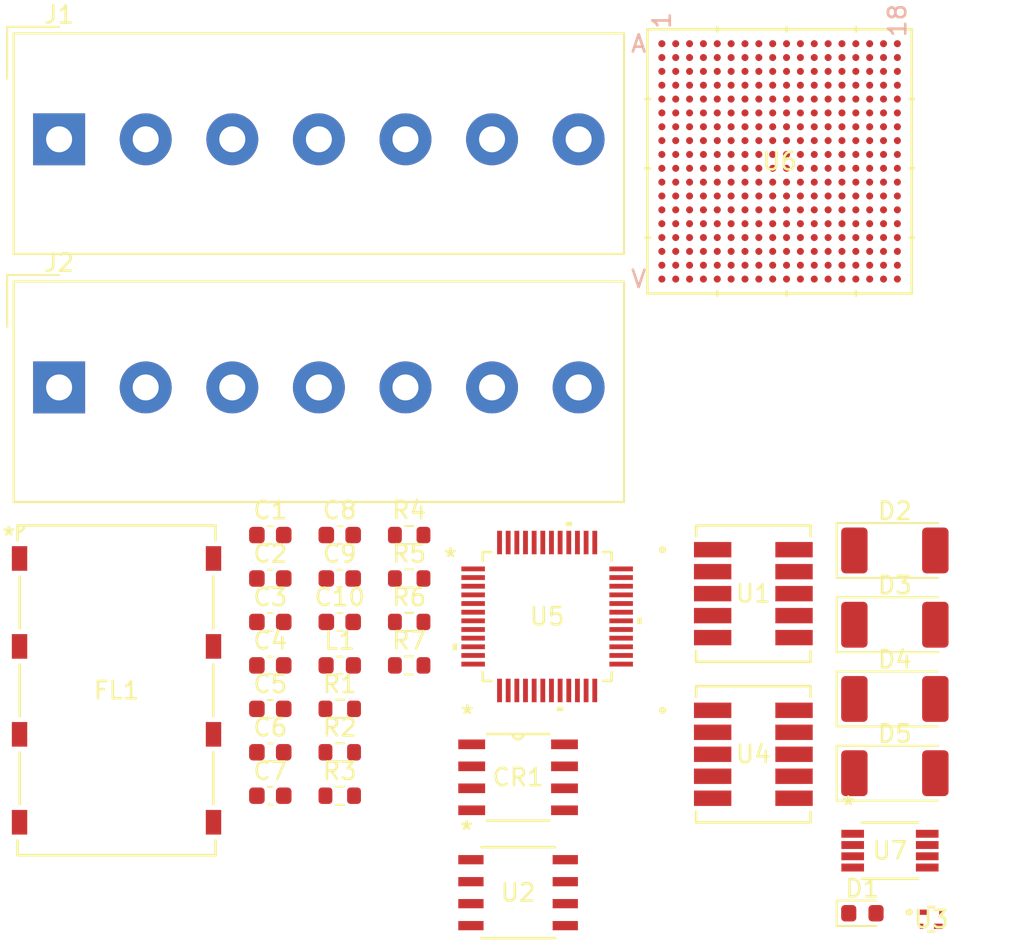
<source format=kicad_pcb>
(kicad_pcb (version 20221018) (generator pcbnew)
  (layers (0 "F.Cu" signal) (31 "B.Cu" signal) (34 "B.Paste" user) (35 "F.Paste" user) (36 "B.SilkS" user "B.Silkscreen") (37 "F.SilkS" user "F.Silkscreen") (38 "B.Mask" user) (39 "F.Mask" user) (44 "Edge.Cuts" user))
  (net 0 "")
  (net 1 "GNDREF")
  (net 2 "Net-(CR1-VOUT)")
  (net 3 "Net-(U5-VCORE)")
  (net 4 "+5V")
  (net 5 "Net-(U5-NRST)")
  (net 6 "Net-(U7-AGC)")
  (net 7 "Net-(D1-K)")
  (net 8 "Net-(U7-TANK)")
  (net 9 "Net-(U2-GND)")
  (net 10 "+3.3V")
  (net 13 "Net-(CR1-WDI)")
  (net 14 "Net-(CR1-RST*RST1)")
  (net 15 "Net-(D1-A)")
  (net 16 "Net-(D2-A)")
  (net 17 "Net-(D3-A)")
  (net 18 "Net-(D4-A)")
  (net 19 "Net-(D5-A)")
  (net 20 "Net-(FL1-INPUT)")
  (net 21 "Net-(FL1-OUTPUT)")
  (net 22 "Net-(J1-Pin_4)")
  (net 23 "Net-(J1-Pin_6)")
  (net 25 "Net-(U5-PA2_{slash}_ROSC)")
  (net 26 "Net-(U5-PA0_{slash}_FCC_IN)")
  (net 27 "Net-(U5-PA1)")
  (net 28 "Net-(U1-RF)")
  (net 29 "Net-(U1-LO)")
  (net 32 "Net-(U2-OUT+)")
  (net 33 "Net-(U4-IF)")
  (net 128 "+1V0")
  (footprint "Capacitor_SMD:C_0603_1608Metric" (layer "F.Cu") (at 120.005 69.342)
    (fp_text reference "C8" (at 0 -1.43) (layer "F.SilkS"))
    (fp_text value "C")
    (pad "1" smd roundrect (at -0.775 0) (size 0.9 0.95) (layers "F.Cu" "F.Paste" "F.Mask") (net 8 "Net-(U7-TANK)"))
    (pad "2" smd roundrect (at 0.775 0) (size 0.9 0.95) (layers "F.Cu" "F.Paste" "F.Mask") (net 1 "GNDREF"))
  )
  (footprint "Capacitor_SMD:C_0603_1608Metric" (layer "F.Cu") (at 115.995 84.402)
    (fp_text reference "C7" (at 0 -1.43) (layer "F.SilkS"))
    (fp_text value "C")
    (pad "1" smd roundrect (at -0.775 0) (size 0.9 0.95) (layers "F.Cu" "F.Paste" "F.Mask") (net 7 "Net-(D1-K)"))
    (pad "2" smd roundrect (at 0.775 0) (size 0.9 0.95) (layers "F.Cu" "F.Paste" "F.Mask") (net 1 "GNDREF"))
  )
  (footprint "LNA:TE2769_MNC" (layer "F.Cu") (at 154.1632 91.54)
    (fp_text reference "U3" (at 0 0 unlocked) (layer "F.SilkS"))
    (fp_text value "TAV1-331+")
    (pad "1" smd rect (at -0.4064 -0.4064) (size 0.508 0.3048) (layers "F.Cu" "F.Paste" "F.Mask") (net 1 "GNDREF"))
    (pad "2" smd rect (at 0.5588 -0.4064) (size 0.2032 0.3048) (layers "F.Cu" "F.Paste" "F.Mask") (net 23 "Net-(J1-Pin_6)"))
    (pad "3" smd rect (at 0.4064 0.4064) (size 0.508 0.3048) (layers "F.Cu" "F.Paste" "F.Mask") (net 1 "GNDREF"))
    (pad "4" smd rect (at -0.5588 0.4064) (size 0.2032 0.3048) (layers "F.Cu" "F.Paste" "F.Mask") (net 28 "Net-(U1-RF)"))
  )
  (footprint "VCO:TSSOP8_3P10X3P10_ONS" (layer "F.Cu") (at 151.7769 87.5758)
    (fp_text reference "U7" (at 0 0 unlocked) (layer "F.SilkS"))
    (fp_text value "MC100EL1648DTR2G")
    (fp_text user "*" (at -2.40665 -2.5752) (layer "F.SilkS"))
    (fp_text user "*" (at -2.40665 -2.5752 unlocked) (layer "F.SilkS"))
    (pad "1" smd rect (at -2.15265 -0.974999) (size 1.3081 0.4572) (layers "F.Cu" "F.Paste" "F.Mask") (net 8 "Net-(U7-TANK)"))
    (pad "2" smd rect (at -2.15265 -0.325001) (size 1.3081 0.4572) (layers "F.Cu" "F.Paste" "F.Mask") (net 4 "+5V"))
    (pad "3" smd rect (at -2.15265 0.325001) (size 1.3081 0.4572) (layers "F.Cu" "F.Paste" "F.Mask") (net 4 "+5V"))
    (pad "4" smd rect (at -2.15265 0.974999) (size 1.3081 0.4572) (layers "F.Cu" "F.Paste" "F.Mask") (net 29 "Net-(U1-LO)"))
    (pad "5" smd rect (at 2.15265 0.974999) (size 1.3081 0.4572) (layers "F.Cu" "F.Paste" "F.Mask") (net 6 "Net-(U7-AGC)"))
    (pad "6" smd rect (at 2.15265 0.325001) (size 1.3081 0.4572) (layers "F.Cu" "F.Paste" "F.Mask") (net 1 "GNDREF"))
    (pad "7" smd rect (at 2.15265 -0.325001) (size 1.3081 0.4572) (layers "F.Cu" "F.Paste" "F.Mask") (net 1 "GNDREF"))
    (pad "8" smd rect (at 2.15265 -0.974999) (size 1.3081 0.4572) (layers "F.Cu" "F.Paste" "F.Mask") (net 15 "Net-(D1-A)"))
  )
  (footprint "LED_SMD:LED_2010_5025Metric_Pad1.52x2.65mm_HandSolder" (layer "F.Cu") (at 152.06 74.522)
    (fp_text reference "D3" (at 0 -2.28) (layer "F.SilkS"))
    (fp_text value "LED")
    (pad "1" smd roundrect (at -2.3375 0) (size 1.525 2.65) (layers "F.Cu" "F.Paste" "F.Mask") (roundrect_rratio 0.163934) (net 1 "GNDREF"))
    (pad "2" smd roundrect (at 2.3375 0) (size 1.525 2.65) (layers "F.Cu" "F.Paste" "F.Mask") (roundrect_rratio 0.163934) (net 17 "Net-(D3-A)"))
  )
  (footprint "Resistor_SMD:R_0603_1608Metric" (layer "F.Cu") (at 120.005 84.402)
    (fp_text reference "R3" (at 0 -1.43) (layer "F.SilkS"))
    (fp_text value "4.7k")
    (pad "1" smd roundrect (at -0.825 0) (size 0.8 0.95) (layers "F.Cu" "F.Paste" "F.Mask") (net 4 "+5V"))
    (pad "2" smd roundrect (at 0.825 0) (size 0.8 0.95) (layers "F.Cu" "F.Paste" "F.Mask") (net 26 "Net-(U5-PA0_{slash}_FCC_IN)"))
  )
  (footprint "LED_SMD:LED_2010_5025Metric_Pad1.52x2.65mm_HandSolder" (layer "F.Cu") (at 152.06 83.102)
    (fp_text reference "D5" (at 0 -2.28) (layer "F.SilkS"))
    (fp_text value "LED")
    (pad "1" smd roundrect (at -2.3375 0) (size 1.525 2.65) (layers "F.Cu" "F.Paste" "F.Mask") (roundrect_rratio 0.163934) (net 1 "GNDREF"))
    (pad "2" smd roundrect (at 2.3375 0) (size 1.525 2.65) (layers "F.Cu" "F.Paste" "F.Mask") (roundrect_rratio 0.163934) (net 19 "Net-(D5-A)"))
  )
  (footprint "LED_SMD:LED_2010_5025Metric_Pad1.52x2.65mm_HandSolder" (layer "F.Cu") (at 152.06 70.232)
    (fp_text reference "D2" (at 0 -2.28) (layer "F.SilkS"))
    (fp_text value "LED")
    (pad "1" smd roundrect (at -2.3375 0) (size 1.525 2.65) (layers "F.Cu" "F.Paste" "F.Mask") (roundrect_rratio 0.163934) (net 1 "GNDREF"))
    (pad "2" smd roundrect (at 2.3375 0) (size 1.525 2.65) (layers "F.Cu" "F.Paste" "F.Mask") (roundrect_rratio 0.163934) (net 16 "Net-(D2-A)"))
  )
  (footprint "TerminalBlock_Altech:Altech_AK300_1x07_P5.00mm_45-Degree" (layer "F.Cu") (at 103.8 60.812)
    (fp_text reference "J2" (at 0 -7.2) (layer "F.SilkS"))
    (fp_text value "Screw_Terminal_01x04")
    (pad "1" thru_hole rect (at 0 0) (size 3 3) (drill 1.5) (layers "*.Cu" "*.Mask") (net 18 "Net-(D4-A)"))
    (pad "2" thru_hole circle (at 5 0) (size 3 3) (drill 1.5) (layers "*.Cu" "*.Mask") (net 19 "Net-(D5-A)"))
    (pad "3" thru_hole circle (at 10 0) (size 3 3) (drill 1.5) (layers "*.Cu" "*.Mask") (net 16 "Net-(D2-A)"))
    (pad "4" thru_hole circle (at 15 0) (size 3 3) (drill 1.5) (layers "*.Cu" "*.Mask") (net 17 "Net-(D3-A)"))
    (pad "5" thru_hole circle (at 20 0) (size 3 3) (drill 1.5) (layers "*.Cu" "*.Mask"))
    (pad "6" thru_hole circle (at 25 0) (size 3 3) (drill 1.5) (layers "*.Cu" "*.Mask"))
    (pad "7" thru_hole circle (at 30 0) (size 3 3) (drill 1.5) (layers "*.Cu" "*.Mask"))
  )
  (footprint "Capacitor_SMD:C_0603_1608Metric" (layer "F.Cu") (at 115.995 71.852)
    (fp_text reference "C2" (at 0 -1.43) (layer "F.SilkS"))
    (fp_text value "10uf")
    (pad "1" smd roundrect (at -0.775 0) (size 0.9 0.95) (layers "F.Cu" "F.Paste" "F.Mask") (net 1 "GNDREF"))
    (pad "2" smd roundrect (at 0.775 0) (size 0.9 0.95) (layers "F.Cu" "F.Paste" "F.Mask") (net 2 "Net-(CR1-VOUT)"))
  )
  (footprint "MC:LQFP48_PT_TEX" (layer "F.Cu") (at 131.981 74.048)
    (fp_text reference "U5" (at 0 0 unlocked) (layer "F.SilkS"))
    (fp_text value "XMSM0G3507SPT")
    (fp_text user "*" (at -5.588 -3.381) (layer "F.SilkS"))
    (fp_text user "*" (at -5.588 -3.381 unlocked) (layer "F.SilkS"))
    (pad "1" smd rect (at -4.27355 -2.75 90) (size 0.2794 1.3589) (layers "F.Cu" "F.Paste" "F.Mask") (net 26 "Net-(U5-PA0_{slash}_FCC_IN)"))
    (pad "2" smd rect (at -4.27355 -2.250001 90) (size 0.2794 1.3589) (layers "F.Cu" "F.Paste" "F.Mask") (net 27 "Net-(U5-PA1)"))
    (pad "3" smd rect (at -4.27355 -1.749999 90) (size 0.2794 1.3589) (layers "F.Cu" "F.Paste" "F.Mask"))
    (pad "4" smd rect (at -4.27355 -1.25 90) (size 0.2794 1.3589) (layers "F.Cu" "F.Paste" "F.Mask") (net 5 "Net-(U5-NRST)"))
    (pad "5" smd rect (at -4.27355 -0.750001 90) (size 0.2794 1.3589) (layers "F.Cu" "F.Paste" "F.Mask"))
    (pad "6" smd rect (at -4.27355 -0.25 90) (size 0.2794 1.3589) (layers "F.Cu" "F.Paste" "F.Mask") (net 2 "Net-(CR1-VOUT)"))
    (pad "7" smd rect (at -4.27355 0.25 90) (size 0.2794 1.3589) (layers "F.Cu" "F.Paste" "F.Mask") (net 1 "GNDREF"))
    (pad "8" smd rect (at -4.27355 0.750001 90) (size 0.2794 1.3589) (layers "F.Cu" "F.Paste" "F.Mask") (net 25 "Net-(U5-PA2_{slash}_ROSC)"))
    (pad "9" smd rect (at -4.27355 1.25 90) (size 0.2794 1.3589) (layers "F.Cu" "F.Paste" "F.Mask"))
    (pad "10" smd rect (at -4.27355 1.749999 90) (size 0.2794 1.3589) (layers "F.Cu" "F.Paste" "F.Mask"))
    (pad "11" smd rect (at -4.27355 2.250001 90) (size 0.2794 1.3589) (layers "F.Cu" "F.Paste" "F.Mask"))
    (pad "12" smd rect (at -4.27355 2.75 90) (size 0.2794 1.3589) (layers "F.Cu" "F.Paste" "F.Mask"))
    (pad "13" smd rect (at -2.75 4.27355) (size 0.2794 1.3589) (layers "F.Cu" "F.Paste" "F.Mask"))
    (pad "14" smd rect (at -2.250001 4.27355) (size 0.2794 1.3589) (layers "F.Cu" "F.Paste" "F.Mask"))
    (pad "15" smd rect (at -1.749999 4.27355) (size 0.2794 1.3589) (layers "F.Cu" "F.Paste" "F.Mask") (net 13 "Net-(CR1-WDI)"))
    (pad "16" smd rect (at -1.25 4.27355) (size 0.2794 1.3589) (layers "F.Cu" "F.Paste" "F.Mask") (net 14 "Net-(CR1-RST*RST1)"))
    (pad "17" smd rect (at -0.750001 4.27355) (size 0.2794 1.3589) (layers "F.Cu" "F.Paste" "F.Mask"))
    (pad "18" smd rect (at -0.25 4.27355) (size 0.2794 1.3589) (layers "F.Cu" "F.Paste" "F.Mask"))
    (pad "19" smd rect (at 0.25 4.27355) (size 0.2794 1.3589) (layers "F.Cu" "F.Paste" "F.Mask"))
    (pad "20" smd rect (at 0.750001 4.27355) (size 0.2794 1.3589) (layers "F.Cu" "F.Paste" "F.Mask"))
    (pad "21" smd rect (at 1.25 4.27355) (size 0.2794 1.3589) (layers "F.Cu" "F.Paste" "F.Mask"))
    (pad "22" smd rect (at 1.749999 4.27355) (size 0.2794 1.3589) (layers "F.Cu" "F.Paste" "F.Mask"))
    (pad "23" smd rect (at 2.250001 4.27355) (size 0.2794 1.3589) (layers "F.Cu" "F.Paste" "F.Mask"))
    (pad "24" smd rect (at 2.75 4.27355) (size 0.2794 1.3589) (layers "F.Cu" "F.Paste" "F.Mask"))
    (pad "25" smd rect (at 4.27355 2.75 90) (size 0.2794 1.3589) (layers "F.Cu" "F.Paste" "F.Mask"))
    (pad "26" smd rect (at 4.27355 2.250001 90) (size 0.2794 1.3589) (layers "F.Cu" "F.Paste" "F.Mask"))
    (pad "27" smd rect (at 4.27355 1.749999 90) (size 0.2794 1.3589) (layers "F.Cu" "F.Paste" "F.Mask"))
    (pad "28" smd rect (at 4.27355 1.25 90) (size 0.2794 1.3589) (layers "F.Cu" "F.Paste" "F.Mask"))
    (pad "29" smd rect (at 4.27355 0.750001 90) (size 0.2794 1.3589) (layers "F.Cu" "F.Paste" "F.Mask"))
    (pad "30" smd rect (at 4.27355 0.25 90) (size 0.2794 1.3589) (layers "F.Cu" "F.Paste" "F.Mask") (net 33 "Net-(U4-IF)"))
    (pad "31" smd rect (at 4.27355 -0.25 90) (size 0.2794 1.3589) (layers "F.Cu" "F.Paste" "F.Mask"))
    (pad "32" smd rect (at 4.27355 -0.750001 90) (size 0.2794 1.3589) (layers "F.Cu" "F.Paste" "F.Mask"))
    (pad "33" smd rect (at 4.27355 -1.25 90) (size 0.2794 1.3589) (layers "F.Cu" "F.Paste" "F.Mask"))
    (pad "34" smd rect (at 4.27355 -1.749999 90) (size 0.2794 1.3589) (layers "F.Cu" "F.Paste" "F.Mask"))
    (pad "35" smd rect (at 4.27355 -2.250001 90) (size 0.2794 1.3589) (layers "F.Cu" "F.Paste" "F.Mask"))
    (pad "36" smd rect (at 4.27355 -2.75 90) (size 0.2794 1.3589) (layers "F.Cu" "F.Paste" "F.Mask"))
    (pad "37" smd rect (at 2.75 -4.27355) (size 0.2794 1.3589) (layers "F.Cu" "F.Paste" "F.Mask"))
    (pad "38" smd rect (at 2.250001 -4.27355) (size 0.2794 1.3589) (layers "F.Cu" "F.Paste" "F.Mask"))
    (pad "39" smd rect (at 1.749999 -4.27355) (size 0.2794 1.3589) (layers "F.Cu" "F.Paste" "F.Mask"))
    (pad "40" smd rect (at 1.25 -4.27355) (size 0.2794 1.3589) (layers "F.Cu" "F.Paste" "F.Mask") (net 18 "Net-(D4-A)"))
    (pad "41" smd rect (at 0.750001 -4.27355) (size 0.2794 1.3589) (layers "F.Cu" "F.Paste" "F.Mask"))
    (pad "42" smd rect (at 0.25 -4.27355) (size 0.2794 1.3589) (layers "F.Cu" "F.Paste" "F.Mask"))
    (pad "43" smd rect (at -0.25 -4.27355) (size 0.2794 1.3589) (layers "F.Cu" "F.Paste" "F.Mask") (net 19 "Net-(D5-A)"))
    (pad "44" smd rect (at -0.750001 -4.27355) (size 0.2794 1.3589) (layers "F.Cu" "F.Paste" "F.Mask"))
    (pad "45" smd rect (at -1.25 -4.27355) (size 0.2794 1.3589) (layers "F.Cu" "F.Paste" "F.Mask") (net 32 "Net-(U2-OUT+)"))
    (pad "46" smd rect (at -1.749999 -4.27355) (size 0.2794 1.3589) (layers "F.Cu" "F.Paste" "F.Mask"))
    (pad "47" smd rect (at -2.250001 -4.27355) (size 0.2794 1.3589) (layers "F.Cu" "F.Paste" "F.Mask"))
    (pad "48" smd rect (at -2.75 -4.27355) (size 0.2794 1.3589) (layers "F.Cu" "F.Paste" "F.Mask") (net 3 "Net-(U5-VCORE)"))
  )
  (footprint "LED_SMD:LED_2010_5025Metric_Pad1.52x2.65mm_HandSolder" (layer "F.Cu") (at 152.06 78.812)
    (fp_text reference "D4" (at 0 -2.28) (layer "F.SilkS"))
    (fp_text value "LED")
    (pad "1" smd roundrect (at -2.3375 0) (size 1.525 2.65) (layers "F.Cu" "F.Paste" "F.Mask") (roundrect_rratio 0.163934) (net 1 "GNDREF"))
    (pad "2" smd roundrect (at 2.3375 0) (size 1.525 2.65) (layers "F.Cu" "F.Paste" "F.Mask") (roundrect_rratio 0.163934) (net 18 "Net-(D4-A)"))
  )
  (footprint "Capacitor_SMD:C_0603_1608Metric" (layer "F.Cu") (at 115.995 79.382)
    (fp_text reference "C5" (at 0 -1.43) (layer "F.SilkS"))
    (fp_text value "10uf")
    (pad "1" smd roundrect (at -0.775 0) (size 0.9 0.95) (layers "F.Cu" "F.Paste" "F.Mask") (net 1 "GNDREF"))
    (pad "2" smd roundrect (at 0.775 0) (size 0.9 0.95) (layers "F.Cu" "F.Paste" "F.Mask") (net 5 "Net-(U5-NRST)"))
  )
  (footprint "TerminalBlock_Altech:Altech_AK300_1x07_P5.00mm_45-Degree" (layer "F.Cu") (at 103.8 46.477)
    (fp_text reference "J1" (at 0 -7.2) (layer "F.SilkS"))
    (fp_text value "Screw_Terminal_01x07")
    (pad "1" thru_hole rect (at 0 0) (size 3 3) (drill 1.5) (layers "*.Cu" "*.Mask") (net 1 "GNDREF"))
    (pad "2" thru_hole circle (at 5 0) (size 3 3) (drill 1.5) (layers "*.Cu" "*.Mask") (net 10 "+3.3V"))
    (pad "3" thru_hole circle (at 10 0) (size 3 3) (drill 1.5) (layers "*.Cu" "*.Mask") (net 4 "+5V"))
    (pad "4" thru_hole circle (at 15 0) (size 3 3) (drill 1.5) (layers "*.Cu" "*.Mask") (net 22 "Net-(J1-Pin_4)"))
    (pad "5" thru_hole circle (at 20 0) (size 3 3) (drill 1.5) (layers "*.Cu" "*.Mask") (net 21 "Net-(FL1-OUTPUT)"))
    (pad "6" thru_hole circle (at 25 0) (size 3 3) (drill 1.5) (layers "*.Cu" "*.Mask") (net 23 "Net-(J1-Pin_6)"))
    (pad "7" thru_hole circle (at 30 0) (size 3 3) (drill 1.5) (layers "*.Cu" "*.Mask"))
  )
  (footprint "Capacitor_SMD:C_0603_1608Metric" (layer "F.Cu") (at 120.005 71.852)
    (fp_text reference "C9" (at 0 -1.43) (layer "F.SilkS"))
    (fp_text value "0.1uf")
    (pad "1" smd roundrect (at -0.775 0) (size 0.9 0.95) (layers "F.Cu" "F.Paste" "F.Mask") (net 4 "+5V"))
    (pad "2" smd roundrect (at 0.775 0) (size 0.9 0.95) (layers "F.Cu" "F.Paste" "F.Mask") (net 1 "GNDREF"))
  )
  (footprint "Resistor_SMD:R_0603_1608Metric" (layer "F.Cu") (at 124.015 69.342)
    (fp_text reference "R4" (at 0 -1.43) (layer "F.SilkS"))
    (fp_text value "4.7k")
    (pad "1" smd roundrect (at -0.825 0) (size 0.8 0.95) (layers "F.Cu" "F.Paste" "F.Mask") (net 4 "+5V"))
    (pad "2" smd roundrect (at 0.825 0) (size 0.8 0.95) (layers "F.Cu" "F.Paste" "F.Mask") (net 27 "Net-(U5-PA1)"))
  )
  (footprint "Resistor_SMD:R_0603_1608Metric" (layer "F.Cu") (at 120.005 81.892)
    (fp_text reference "R2" (at 0 -1.43) (layer "F.SilkS"))
    (fp_text value "100k")
    (pad "1" smd roundrect (at -0.825 0) (size 0.8 0.95) (layers "F.Cu" "F.Paste" "F.Mask") (net 1 "GNDREF"))
    (pad "2" smd roundrect (at 0.825 0) (size 0.8 0.95) (layers "F.Cu" "F.Paste" "F.Mask") (net 25 "Net-(U5-PA2_{slash}_ROSC)"))
  )
  (footprint "Resistor_SMD:R_0603_1608Metric" (layer "F.Cu") (at 124.015 76.872)
    (fp_text reference "R7" (at 0 -1.43) (layer "F.SilkS"))
    (fp_text value "10k")
    (pad "1" smd roundrect (at -0.825 0) (size 0.8 0.95) (layers "F.Cu" "F.Paste" "F.Mask") (net 4 "+5V"))
    (pad "2" smd roundrect (at 0.825 0) (size 0.8 0.95) (layers "F.Cu" "F.Paste" "F.Mask") (net 9 "Net-(U2-GND)"))
  )
  (footprint "Diode_SMD:D_0603_1608Metric" (layer "F.Cu") (at 150.185 91.192)
    (fp_text reference "D1" (at 0 -1.43) (layer "F.SilkS"))
    (fp_text value "D")
    (pad "1" smd roundrect (at -0.7875 0) (size 0.875 0.95) (layers "F.Cu" "F.Paste" "F.Mask") (net 7 "Net-(D1-K)"))
    (pad "2" smd roundrect (at 0.7875 0) (size 0.875 0.95) (layers "F.Cu" "F.Paste" "F.Mask") (net 15 "Net-(D1-A)"))
  )
  (footprint "Resistor_SMD:R_0603_1608Metric" (layer "F.Cu") (at 124.015 74.362)
    (fp_text reference "R6" (at 0 -1.43) (layer "F.SilkS"))
    (fp_text value "10k")
    (pad "1" smd roundrect (at -0.825 0) (size 0.8 0.95) (layers "F.Cu" "F.Paste" "F.Mask") (net 9 "Net-(U2-GND)"))
    (pad "2" smd roundrect (at 0.825 0) (size 0.8 0.95) (layers "F.Cu" "F.Paste" "F.Mask") (net 1 "GNDREF"))
  )
  (footprint "MIX:DZ1650_MNC" (layer "F.Cu") (at 143.8883 82.0076)
    (fp_text reference "U4" (at 0 0 unlocked) (layer "F.SilkS"))
    (fp_text value "MAC-24+")
    (pad "1" smd rect (at -2.3495 -2.54) (size 2.159 0.889) (layers "F.Cu" "F.Paste" "F.Mask") (net 1 "GNDREF"))
    (pad "2" smd rect (at -2.3495 -1.27) (size 2.159 0.889) (layers "F.Cu" "F.Paste" "F.Mask") (net 1 "GNDREF"))
    (pad "3" smd rect (at -2.3495 0) (size 2.159 0.889) (layers "F.Cu" "F.Paste" "F.Mask") (net 33 "Net-(U4-IF)"))
    (pad "4" smd rect (at -2.3495 1.27) (size 2.159 0.889) (layers "F.Cu" "F.Paste" "F.Mask") (net 1 "GNDREF"))
    (pad "5" smd rect (at -2.3495 2.54) (size 2.159 0.889) (layers "F.Cu" "F.Paste" "F.Mask") (net 20 "Net-(FL1-INPUT)"))
    (pad "6" smd rect (at 2.3495 2.54) (size 2.159 0.889) (layers "F.Cu" "F.Paste" "F.Mask") (net 1 "GNDREF"))
    (pad "7" smd rect (at 2.3495 1.27) (size 2.159 0.889) (layers "F.Cu" "F.Paste" "F.Mask") (net 1 "GNDREF"))
    (pad "8" smd rect (at 2.3495 0) (size 2.159 0.889) (layers "F.Cu" "F.Paste" "F.Mask") (net 1 "GNDREF"))
    (pad "9" smd rect (at 2.3495 -1.27) (size 2.159 0.889) (layers "F.Cu" "F.Paste" "F.Mask") (net 1 "GNDREF"))
    (pad "10" smd rect (at 2.3495 -2.54) (size 2.159 0.889) (layers "F.Cu" "F.Paste" "F.Mask") (net 29 "Net-(U1-LO)"))
  )
  (footprint "LPF:SO-8_S_LIT" (layer "F.Cu") (at 130.3046 90.0033)
    (fp_text reference "U2" (at 0 0 unlocked) (layer "F.SilkS"))
    (fp_text value "LTC1566-1IS8-PBF")
    (fp_text user "*" (at -2.97815 -3.5814) (layer "F.SilkS"))
    (fp_text user "*" (at -2.97815 -3.5814 unlocked) (layer "F.SilkS"))
    (pad "1" smd rect (at -2.72415 -1.905) (size 1.4605 0.5334) (layers "F.Cu" "F.Paste" "F.Mask") (net 22 "Net-(J1-Pin_4)"))
    (pad "2" smd rect (at -2.72415 -0.635) (size 1.4605 0.5334) (layers "F.Cu" "F.Paste" "F.Mask"))
    (pad "3" smd rect (at -2.72415 0.635) (size 1.4605 0.5334) (layers "F.Cu" "F.Paste" "F.Mask") (net 9 "Net-(U2-GND)"))
    (pad "4" smd rect (at -2.72415 1.905) (size 1.4605 0.5334) (layers "F.Cu" "F.Paste" "F.Mask") (net 1 "GNDREF"))
    (pad "5" smd rect (at 2.72415 1.905) (size 1.4605 0.5334) (layers "F.Cu" "F.Paste" "F.Mask") (net 9 "Net-(U2-GND)"))
    (pad "6" smd rect (at 2.72415 0.635) (size 1.4605 0.5334) (layers "F.Cu" "F.Paste" "F.Mask") (net 4 "+5V"))
    (pad "7" smd rect (at 2.72415 -0.635) (size 1.4605 0.5334) (layers "F.Cu" "F.Paste" "F.Mask"))
    (pad "8" smd rect (at 2.72415 -1.905) (size 1.4605 0.5334) (layers "F.Cu" "F.Paste" "F.Mask") (net 32 "Net-(U2-OUT+)"))
  )
  (footprint "BPF:HF1139_MNC" (layer "F.Cu") (at 107.1154 78.3152)
    (fp_text reference "FL1" (at 0 0 unlocked) (layer "F.SilkS"))
    (fp_text value "SXBP425+")
    (fp_text user "*" (at -6.223 -8.89) (layer "F.SilkS"))
    (fp_text user "*" (at -6.223 -8.89 unlocked) (layer "F.SilkS"))
    (pad "1" smd rect (at -5.6007 -7.62) (size 0.889 1.4224) (layers "F.Cu" "F.Paste" "F.Mask") (net 20 "Net-(FL1-INPUT)"))
    (pad "2" smd rect (at 5.6007 -7.62) (size 0.889 1.4224) (layers "F.Cu" "F.Paste" "F.Mask") (net 1 "GNDREF"))
    (pad "3" smd rect (at -5.6007 -2.54) (size 0.889 1.4224) (layers "F.Cu" "F.Paste" "F.Mask") (net 1 "GNDREF"))
    (pad "4" smd rect (at 5.6007 -2.54) (size 0.889 1.4224) (layers "F.Cu" "F.Paste" "F.Mask") (net 1 "GNDREF"))
    (pad "5" smd rect (at -5.6007 2.54) (size 0.889 1.4224) (layers "F.Cu" "F.Paste" "F.Mask") (net 1 "GNDREF"))
    (pad "6" smd rect (at 5.6007 2.54) (size 0.889 1.4224) (layers "F.Cu" "F.Paste" "F.Mask") (net 1 "GNDREF"))
    (pad "7" smd rect (at -5.6007 7.62) (size 0.889 1.4224) (layers "F.Cu" "F.Paste" "F.Mask") (net 1 "GNDREF"))
    (pad "8" smd rect (at 5.6007 7.62) (size 0.889 1.4224) (layers "F.Cu" "F.Paste" "F.Mask") (net 21 "Net-(FL1-OUTPUT)"))
  )
  (footprint "Capacitor_SMD:C_0603_1608Metric" (layer "F.Cu") (at 115.995 76.872)
    (fp_text reference "C4" (at 0 -1.43) (layer "F.SilkS"))
    (fp_text value "10uf")
    (pad "1" smd roundrect (at -0.775 0) (size 0.9 0.95) (layers "F.Cu" "F.Paste" "F.Mask") (net 1 "GNDREF"))
    (pad "2" smd roundrect (at 0.775 0) (size 0.9 0.95) (layers "F.Cu" "F.Paste" "F.Mask") (net 4 "+5V"))
  )
  (footprint "Resistor_SMD:R_0603_1608Metric" (layer "F.Cu") (at 124.015 71.852)
    (fp_text reference "R5" (at 0 -1.43) (layer "F.SilkS"))
    (fp_text value "R")
    (pad "1" smd roundrect (at -0.825 0) (size 0.8 0.95) (layers "F.Cu" "F.Paste" "F.Mask") (net 6 "Net-(U7-AGC)"))
    (pad "2" smd roundrect (at 0.825 0) (size 0.8 0.95) (layers "F.Cu" "F.Paste" "F.Mask") (net 1 "GNDREF"))
  )
  (footprint "Inductor_SMD:L_0603_1608Metric" (layer "F.Cu") (at 120.005 76.872)
    (fp_text reference "L1" (at 0 -1.43) (layer "F.SilkS"))
    (fp_text value "L")
    (pad "1" smd roundrect (at -0.7875 0) (size 0.875 0.95) (layers "F.Cu" "F.Paste" "F.Mask") (net 15 "Net-(D1-A)"))
    (pad "2" smd roundrect (at 0.7875 0) (size 0.875 0.95) (layers "F.Cu" "F.Paste" "F.Mask") (net 8 "Net-(U7-TANK)"))
  )
  (footprint "MIX:DZ1650_MNC" (layer "F.Cu") (at 143.8883 72.7272)
    (fp_text reference "U1" (at 0 0 unlocked) (layer "F.SilkS"))
    (fp_text value "MAC-24+")
    (pad "1" smd rect (at -2.3495 -2.54) (size 2.159 0.889) (layers "F.Cu" "F.Paste" "F.Mask") (net 1 "GNDREF"))
    (pad "2" smd rect (at -2.3495 -1.27) (size 2.159 0.889) (layers "F.Cu" "F.Paste" "F.Mask") (net 1 "GNDREF"))
    (pad "3" smd rect (at -2.3495 0) (size 2.159 0.889) (layers "F.Cu" "F.Paste" "F.Mask") (net 22 "Net-(J1-Pin_4)"))
    (pad "4" smd rect (at -2.3495 1.27) (size 2.159 0.889) (layers "F.Cu" "F.Paste" "F.Mask") (net 1 "GNDREF"))
    (pad "5" smd rect (at -2.3495 2.54) (size 2.159 0.889) (layers "F.Cu" "F.Paste" "F.Mask") (net 28 "Net-(U1-RF)"))
    (pad "6" smd rect (at 2.3495 2.54) (size 2.159 0.889) (layers "F.Cu" "F.Paste" "F.Mask") (net 1 "GNDREF"))
    (pad "7" smd rect (at 2.3495 1.27) (size 2.159 0.889) (layers "F.Cu" "F.Paste" "F.Mask") (net 1 "GNDREF"))
    (pad "8" smd rect (at 2.3495 0) (size 2.159 0.889) (layers "F.Cu" "F.Paste" "F.Mask") (net 1 "GNDREF"))
    (pad "9" smd rect (at 2.3495 -1.27) (size 2.159 0.889) (layers "F.Cu" "F.Paste" "F.Mask") (net 1 "GNDREF"))
    (pad "10" smd rect (at 2.3495 -2.54) (size 2.159 0.889) (layers "F.Cu" "F.Paste" "F.Mask") (net 29 "Net-(U1-LO)"))
  )
  (footprint "Capacitor_SMD:C_0603_1608Metric" (layer "F.Cu") (at 115.995 81.892)
    (fp_text reference "C6" (at 0 -1.43) (layer "F.SilkS"))
    (fp_text value "C")
    (pad "1" smd roundrect (at -0.775 0) (size 0.9 0.95) (layers "F.Cu" "F.Paste" "F.Mask") (net 1 "GNDREF"))
    (pad "2" smd roundrect (at 0.775 0) (size 0.9 0.95) (layers "F.Cu" "F.Paste" "F.Mask") (net 6 "Net-(U7-AGC)"))
  )
  (footprint "Resistor_SMD:R_0603_1608Metric" (layer "F.Cu") (at 120.005 79.382)
    (fp_text reference "R1" (at 0 -1.43) (layer "F.SilkS"))
    (fp_text value "47k")
    (pad "1" smd roundrect (at -0.825 0) (size 0.8 0.95) (layers "F.Cu" "F.Paste" "F.Mask") (net 5 "Net-(U5-NRST)"))
    (pad "2" smd roundrect (at 0.825 0) (size 0.8 0.95) (layers "F.Cu" "F.Paste" "F.Mask") (net 2 "Net-(CR1-VOUT)"))
  )
  (footprint "WDT:SO-8_STM" (layer "F.Cu") (at 130.3046 83.3391)
    (fp_text reference "CR1" (at 0 0 unlocked) (layer "F.SilkS"))
    (fp_text value "STM818LM6F")
    (fp_text user "*" (at -2.9337 -3.6068) (layer "F.SilkS"))
    (fp_text user "*" (at -2.9337 -3.6068 unlocked) (layer "F.SilkS"))
    (pad "1" smd rect (at -2.6797 -1.905) (size 1.5494 0.5588) (layers "F.Cu" "F.Paste" "F.Mask") (net 2 "Net-(CR1-VOUT)"))
    (pad "2" smd rect (at -2.6797 -0.635) (size 1.5494 0.5588) (layers "F.Cu" "F.Paste" "F.Mask") (net 10 "+3.3V"))
    (pad "3" smd rect (at -2.6797 0.635) (size 1.5494 0.5588) (layers "F.Cu" "F.Paste" "F.Mask") (net 1 "GNDREF"))
    (pad "4" smd rect (at -2.6797 1.905) (size 1.5494 0.5588) (layers "F.Cu" "F.Paste" "F.Mask"))
    (pad "5" smd rect (at 2.6797 1.905) (size 1.5494 0.5588) (layers "F.Cu" "F.Paste" "F.Mask"))
    (pad "6" smd rect (at 2.6797 0.635) (size 1.5494 0.5588) (layers "F.Cu" "F.Paste" "F.Mask") (net 13 "Net-(CR1-WDI)"))
    (pad "7" smd rect (at 2.6797 -0.635) (size 1.5494 0.5588) (layers "F.Cu" "F.Paste" "F.Mask") (net 14 "Net-(CR1-RST*RST1)"))
    (pad "8" smd rect (at 2.6797 -1.905) (size 1.5494 0.5588) (layers "F.Cu" "F.Paste" "F.Mask") (net 10 "+3.3V"))
  )
  (footprint "fpga:CS&slash_CSG324_XIL" (layer "F.Cu") (at 145.4059 47.7529)
    (fp_text reference "U6" (at 0 0 unlocked) (layer "F.SilkS"))
    (fp_text value "XC7A100T-CSG324_A")
    (fp_text user "V" (at -8.1407 6.799999 unlocked) (layer "B.SilkS"))
    (fp_text user "18" (at 6.799999 -8.1407 90 unlocked) (layer "B.SilkS"))
    (fp_text user "A" (at -8.1407 -6.799999 unlocked) (layer "B.SilkS"))
    (fp_text user "1" (at -6.799999 -8.1407 90 unlocked) (layer "B.SilkS"))
    (fp_text user "18" (at 6.799999 -8.1407 90 unlocked) (layer "F.SilkS"))
    (fp_text user "V" (at -8.1407 6.799999 unlocked) (layer "F.SilkS"))
    (fp_text user "1" (at -6.799999 -8.1407 90 unlocked) (layer "F.SilkS"))
    (fp_text user "A" (at -8.1407 -6.799999 unlocked) (layer "F.SilkS"))
    (pad "A1" smd circle (at -6.799999 -6.799999) (size 0.4064 0.4064) (layers "F.Cu" "F.Paste" "F.Mask"))
    (pad "A2" smd circle (at -5.999999 -6.799999) (size 0.4064 0.4064) (layers "F.Cu" "F.Paste" "F.Mask") (net 1 "GNDREF"))
    (pad "A3" smd circle (at -5.199999 -6.799999) (size 0.4064 0.4064) (layers "F.Cu" "F.Paste" "F.Mask"))
    (pad "A4" smd circle (at -4.399999 -6.799999) (size 0.4064 0.4064) (layers "F.Cu" "F.Paste" "F.Mask"))
    (pad "A5" smd circle (at -3.599999 -6.799999) (size 0.4064 0.4064) (layers "F.Cu" "F.Paste" "F.Mask"))
    (pad "A6" smd circle (at -2.799999 -6.799999) (size 0.4064 0.4064) (layers "F.Cu" "F.Paste" "F.Mask"))
    (pad "A7" smd circle (at -2 -6.799999) (size 0.4064 0.4064) (layers "F.Cu" "F.Paste" "F.Mask") (net 10 "+3.3V"))
    (pad "A8" smd circle (at -1.2 -6.799999) (size 0.4064 0.4064) (layers "F.Cu" "F.Paste" "F.Mask"))
    (pad "A9" smd circle (at -0.4 -6.799999) (size 0.4064 0.4064) (layers "F.Cu" "F.Paste" "F.Mask"))
    (pad "A10" smd circle (at 0.4 -6.799999) (size 0.4064 0.4064) (layers "F.Cu" "F.Paste" "F.Mask"))
    (pad "A11" smd circle (at 1.2 -6.799999) (size 0.4064 0.4064) (layers "F.Cu" "F.Paste" "F.Mask"))
    (pad "A12" smd circle (at 2 -6.799999) (size 0.4064 0.4064) (layers "F.Cu" "F.Paste" "F.Mask") (net 1 "GNDREF"))
    (pad "A13" smd circle (at 2.8 -6.799999) (size 0.4064 0.4064) (layers "F.Cu" "F.Paste" "F.Mask"))
    (pad "A14" smd circle (at 3.6 -6.799999) (size 0.4064 0.4064) (layers "F.Cu" "F.Paste" "F.Mask"))
    (pad "A15" smd circle (at 4.4 -6.799999) (size 0.4064 0.4064) (layers "F.Cu" "F.Paste" "F.Mask"))
    (pad "A16" smd circle (at 5.2 -6.799999) (size 0.4064 0.4064) (layers "F.Cu" "F.Paste" "F.Mask"))
    (pad "A17" smd circle (at 6 -6.799999) (size 0.4064 0.4064) (layers "F.Cu" "F.Paste" "F.Mask") (net 10 "+3.3V"))
    (pad "A18" smd circle (at 6.799999 -6.799999) (size 0.4064 0.4064) (layers "F.Cu" "F.Paste" "F.Mask"))
    (pad "B1" smd circle (at -6.799999 -5.999999) (size 0.4064 0.4064) (layers "F.Cu" "F.Paste" "F.Mask"))
    (pad "B2" smd circle (at -5.999999 -5.999999) (size 0.4064 0.4064) (layers "F.Cu" "F.Paste" "F.Mask"))
    (pad "B3" smd circle (at -5.199999 -5.999999) (size 0.4064 0.4064) (layers "F.Cu" "F.Paste" "F.Mask"))
    (pad "B4" smd circle (at -4.399999 -5.999999) (size 0.4064 0.4064) (layers "F.Cu" "F.Paste" "F.Mask"))
    (pad "B5" smd circle (at -3.599999 -5.999999) (size 0.4064 0.4064) (layers "F.Cu" "F.Paste" "F.Mask") (net 1 "GNDREF"))
    (pad "B6" smd circle (at -2.799999 -5.999999) (size 0.4064 0.4064) (layers "F.Cu" "F.Paste" "F.Mask"))
    (pad "B7" smd circle (at -2 -5.999999) (size 0.4064 0.4064) (layers "F.Cu" "F.Paste" "F.Mask"))
    (pad "B8" smd circle (at -1.2 -5.999999) (size 0.4064 0.4064) (layers "F.Cu" "F.Paste" "F.Mask"))
    (pad "B9" smd circle (at -0.4 -5.999999) (size 0.4064 0.4064) (layers "F.Cu" "F.Paste" "F.Mask"))
    (pad "B10" smd circle (at 0.4 -5.999999) (size 0.4064 0.4064) (layers "F.Cu" "F.Paste" "F.Mask") (net 10 "+3.3V"))
    (pad "B11" smd circle (at 1.2 -5.999999) (size 0.4064 0.4064) (layers "F.Cu" "F.Paste" "F.Mask"))
    (pad "B12" smd circle (at 2 -5.999999) (size 0.4064 0.4064) (layers "F.Cu" "F.Paste" "F.Mask"))
    (pad "B13" smd circle (at 2.8 -5.999999) (size 0.4064 0.4064) (layers "F.Cu" "F.Paste" "F.Mask"))
    (pad "B14" smd circle (at 3.6 -5.999999) (size 0.4064 0.4064) (layers "F.Cu" "F.Paste" "F.Mask"))
    (pad "B15" smd circle (at 4.4 -5.999999) (size 0.4064 0.4064) (layers "F.Cu" "F.Paste" "F.Mask") (net 1 "GNDREF"))
    (pad "B16" smd circle (at 5.2 -5.999999) (size 0.4064 0.4064) (layers "F.Cu" "F.Paste" "F.Mask") (net 17 "Net-(D3-A)"))
    (pad "B17" smd circle (at 6 -5.999999) (size 0.4064 0.4064) (layers "F.Cu" "F.Paste" "F.Mask") (net 16 "Net-(D2-A)"))
    (pad "B18" smd circle (at 6.799999 -5.999999) (size 0.4064 0.4064) (layers "F.Cu" "F.Paste" "F.Mask"))
    (pad "C1" smd circle (at -6.799999 -5.199999) (size 0.4064 0.4064) (layers "F.Cu" "F.Paste" "F.Mask") (net 27 "Net-(U5-PA1)"))
    (pad "C2" smd circle (at -5.999999 -5.199999) (size 0.4064 0.4064) (layers "F.Cu" "F.Paste" "F.Mask") (net 26 "Net-(U5-PA0_{slash}_FCC_IN)"))
    (pad "C3" smd circle (at -5.199999 -5.199999) (size 0.4064 0.4064) (layers "F.Cu" "F.Paste" "F.Mask") (net 10 "+3.3V"))
    (pad "C4" smd circle (at -4.399999 -5.199999) (size 0.4064 0.4064) (layers "F.Cu" "F.Paste" "F.Mask"))
    (pad "C5" smd circle (at -3.599999 -5.199999) (size 0.4064 0.4064) (layers "F.Cu" "F.Paste" "F.Mask"))
    (pad "C6" smd circle (at -2.799999 -5.199999) (size 0.4064 0.4064) (layers "F.Cu" "F.Paste" "F.Mask"))
    (pad "C7" smd circle (at -2 -5.199999) (size 0.4064 0.4064) (layers "F.Cu" "F.Paste" "F.Mask"))
    (pad "C8" smd circle (at -1.2 -5.199999) (size 0.4064 0.4064) (layers "F.Cu" "F.Paste" "F.Mask") (net 1 "GNDREF"))
    (pad "C9" smd circle (at -0.4 -5.199999) (size 0.4064 0.4064) (layers "F.Cu" "F.Paste" "F.Mask"))
    (pad "C10" smd circle (at 0.4 -5.199999) (size 0.4064 0.4064) (layers "F.Cu" "F.Paste" "F.Mask"))
    (pad "C11" smd circle (at 1.2 -5.199999) (size 0.4064 0.4064) (layers "F.Cu" "F.Paste" "F.Mask"))
    (pad "C12" smd circle (at 2 -5.199999) (size 0.4064 0.4064) (layers "F.Cu" "F.Paste" "F.Mask"))
    (pad "C13" smd circle (at 2.8 -5.199999) (size 0.4064 0.4064) (layers "F.Cu" "F.Paste" "F.Mask") (net 10 "+3.3V"))
    (pad "C14" smd circle (at 3.6 -5.199999) (size 0.4064 0.4064) (layers "F.Cu" "F.Paste" "F.Mask"))
    (pad "C15" smd circle (at 4.4 -5.199999) (size 0.4064 0.4064) (layers "F.Cu" "F.Paste" "F.Mask"))
    (pad "C16" smd circle (at 5.2 -5.199999) (size 0.4064 0.4064) (layers "F.Cu" "F.Paste" "F.Mask"))
    (pad "C17" smd circle (at 6 -5.199999) (size 0.4064 0.4064) (layers "F.Cu" "F.Paste" "F.Mask"))
    (pad "C18" smd circle (at 6.799999 -5.199999) (size 0.4064 0.4064) (layers "F.Cu" "F.Paste" "F.Mask") (net 1 "GNDREF"))
    (pad "D1" smd circle (at -6.799999 -4.399999) (size 0.4064 0.4064) (layers "F.Cu" "F.Paste" "F.Mask") (net 1 "GNDREF"))
    (pad "D2" smd circle (at -5.999999 -4.399999) (size 0.4064 0.4064) (layers "F.Cu" "F.Paste" "F.Mask"))
    (pad "D3" smd circle (at -5.199999 -4.399999) (size 0.4064 0.4064) (layers "F.Cu" "F.Paste" "F.Mask"))
    (pad "D4" smd circle (at -4.399999 -4.399999) (size 0.4064 0.4064) (layers "F.Cu" "F.Paste" "F.Mask"))
    (pad "D5" smd circle (at -3.599999 -4.399999) (size 0.4064 0.4064) (layers "F.Cu" "F.Paste" "F.Mask"))
    (pad "D6" smd circle (at -2.799999 -4.399999) (size 0.4064 0.4064) (layers "F.Cu" "F.Paste" "F.Mask") (net 10 "+3.3V"))
    (pad "D7" smd circle (at -2 -4.399999) (size 0.4064 0.4064) (layers "F.Cu" "F.Paste" "F.Mask"))
    (pad "D8" smd circle (at -1.2 -4.399999) (size 0.4064 0.4064) (layers "F.Cu" "F.Paste" "F.Mask"))
    (pad "D9" smd circle (at -0.4 -4.399999) (size 0.4064 0.4064) (layers "F.Cu" "F.Paste" "F.Mask"))
    (pad "D10" smd circle (at 0.4 -4.399999) (size 0.4064 0.4064) (layers "F.Cu" "F.Paste" "F.Mask"))
    (pad "D11" smd circle (at 1.2 -4.399999) (size 0.4064 0.4064) (layers "F.Cu" "F.Paste" "F.Mask") (net 1 "GNDREF"))
    (pad "D12" smd circle (at 2 -4.399999) (size 0.4064 0.4064) (layers "F.Cu" "F.Paste" "F.Mask"))
    (pad "D13" smd circle (at 2.8 -4.399999) (size 0.4064 0.4064) (layers "F.Cu" "F.Paste" "F.Mask"))
    (pad "D14" smd circle (at 3.6 -4.399999) (size 0.4064 0.4064) (layers "F.Cu" "F.Paste" "F.Mask"))
    (pad "D15" smd circle (at 4.4 -4.399999) (size 0.4064 0.4064) (layers "F.Cu" "F.Paste" "F.Mask"))
    (pad "D16" smd circle (at 5.2 -4.399999) (size 0.4064 0.4064) (layers "F.Cu" "F.Paste" "F.Mask") (net 10 "+3.3V"))
    (pad "D17" smd circle (at 6 -4.399999) (size 0.4064 0.4064) (layers "F.Cu" "F.Paste" "F.Mask"))
    (pad "D18" smd circle (at 6.799999 -4.399999) (size 0.4064 0.4064) (layers "F.Cu" "F.Paste" "F.Mask"))
    (pad "E1" smd circle (at -6.799999 -3.599999) (size 0.4064 0.4064) (layers "F.Cu" "F.Paste" "F.Mask"))
    (pad "E2" smd circle (at -5.999999 -3.599999) (size 0.4064 0.4064) (layers "F.Cu" "F.Paste" "F.Mask"))
    (pad "E3" smd circle (at -5.199999 -3.599999) (size 0.4064 0.4064) (layers "F.Cu" "F.Paste" "F.Mask"))
    (pad "E4" smd circle (at -4.399999 -3.599999) (size 0.4064 0.4064) (layers "F.Cu" "F.Paste" "F.Mask") (net 1 "GNDREF"))
    (pad "E5" smd circle (at -3.599999 -3.599999) (size 0.4064 0.4064) (layers "F.Cu" "F.Paste" "F.Mask"))
    (pad "E6" smd circle (at -2.799999 -3.599999) (size 0.4064 0.4064) (layers "F.Cu" "F.Paste" "F.Mask"))
    (pad "E7" smd circle (at -2 -3.599999) (size 0.4064 0.4064) (layers "F.Cu" "F.Paste" "F.Mask"))
    (pad "E8" smd circle (at -1.2 -3.599999) (size 0.4064 0.4064) (layers "F.Cu" "F.Paste" "F.Mask") (net 128 "+1V0"))
    (pad "E9" smd circle (at -0.4 -3.599999) (size 0.4064 0.4064) (layers "F.Cu" "F.Paste" "F.Mask"))
    (pad "E10" smd circle (at 0.4 -3.599999) (size 0.4064 0.4064) (layers "F.Cu" "F.Paste" "F.Mask"))
    (pad "E11" smd circle (at 1.2 -3.599999) (size 0.4064 0.4064) (layers "F.Cu" "F.Paste" "F.Mask"))
    (pad "E12" smd circle (at 2 -3.599999) (size 0.4064 0.4064) (layers "F.Cu" "F.Paste" "F.Mask"))
    (pad "E13" smd circle (at 2.8 -3.599999) (size 0.4064 0.4064) (layers "F.Cu" "F.Paste" "F.Mask"))
    (pad "E14" smd circle (at 3.6 -3.599999) (size 0.4064 0.4064) (layers "F.Cu" "F.Paste" "F.Mask"))
    (pad "E15" smd circle (at 4.4 -3.599999) (size 0.4064 0.4064) (layers "F.Cu" "F.Paste" "F.Mask"))
    (pad "E16" smd circle (at 5.2 -3.599999) (size 0.4064 0.4064) (layers "F.Cu" "F.Paste" "F.Mask"))
    (pad "E17" smd circle (at 6 -3.599999) (size 0.4064 0.4064) (layers "F.Cu" "F.Paste" "F.Mask"))
    (pad "E18" smd circle (at 6.799999 -3.599999) (size 0.4064 0.4064) (layers "F.Cu" "F.Paste" "F.Mask"))
    (pad "F1" smd circle (at -6.799999 -2.799999) (size 0.4064 0.4064) (layers "F.Cu" "F.Paste" "F.Mask"))
    (pad "F2" smd circle (at -5.999999 -2.799999) (size 0.4064 0.4064) (layers "F.Cu" "F.Paste" "F.Mask"))
    (pad "F3" smd circle (at -5.199999 -2.799999) (size 0.4064 0.4064) (layers "F.Cu" "F.Paste" "F.Mask"))
    (pad "F4" smd circle (at -4.399999 -2.799999) (size 0.4064 0.4064) (layers "F.Cu" "F.Paste" "F.Mask"))
    (pad "F5" smd circle (at -3.599999 -2.799999) (size 0.4064 0.4064) (layers "F.Cu" "F.Paste" "F.Mask"))
    (pad "F6" smd circle (at -2.799999 -2.799999) (size 0.4064 0.4064) (layers "F.Cu" "F.Paste" "F.Mask"))
    (pad "F7" smd circle (at -2 -2.799999) (size 0.4064 0.4064) (layers "F.Cu" "F.Paste" "F.Mask"))
    (pad "F8" smd circle (at -1.2 -2.799999) (size 0.4064 0.4064) (layers "F.Cu" "F.Paste" "F.Mask"))
    (pad "F9" smd circle (at -0.4 -2.799999) (size 0.4064 0.4064) (layers "F.Cu" "F.Paste" "F.Mask"))
    (pad "F10" smd circle (at 0.4 -2.799999) (size 0.4064 0.4064) (layers "F.Cu" "F.Paste" "F.Mask"))
    (pad "F11" smd circle (at 1.2 -2.799999) (size 0.4064 0.4064) (layers "F.Cu" "F.Paste" "F.Mask"))
    (pad "F12" smd circle (at 2 -2.799999) (size 0.4064 0.4064) (layers "F.Cu" "F.Paste" "F.Mask"))
    (pad "F13" smd circle (at 2.8 -2.799999) (size 0.4064 0.4064) (layers "F.Cu" "F.Paste" "F.Mask"))
    (pad "F14" smd circle (at 3.6 -2.799999) (size 0.4064 0.4064) (layers "F.Cu" "F.Paste" "F.Mask"))
    (pad "F15" smd circle (at 4.4 -2.799999) (size 0.4064 0.4064) (layers "F.Cu" "F.Paste" "F.Mask"))
    (pad "F16" smd circle (at 5.2 -2.799999) (size 0.4064 0.4064) (layers "F.Cu" "F.Paste" "F.Mask"))
    (pad "F17" smd circle (at 6 -2.799999) (size 0.4064 0.4064) (layers "F.Cu" "F.Paste" "F.Mask"))
    (pad "F18" smd circle (at 6.799999 -2.799999) (size 0.4064 0.4064) (layers "F.Cu" "F.Paste" "F.Mask"))
    (pad "G1" smd circle (at -6.799999 -2) (size 0.4064 0.4064) (layers "F.Cu" "F.Paste" "F.Mask"))
    (pad "G2" smd circle (at -5.999999 -2) (size 0.4064 0.4064) (layers "F.Cu" "F.Paste" "F.Mask"))
    (pad "G3" smd circle (at -5.199999 -2) (size 0.4064 0.4064) (layers "F.Cu" "F.Paste" "F.Mask"))
    (pad "G4" smd circle (at -4.399999 -2) (size 0.4064 0.4064) (layers "F.Cu" "F.Paste" "F.Mask"))
    (pad "G5" smd circle (at -3.599999 -2) (size 0.4064 0.4064) (layers "F.Cu" "F.Paste" "F.Mask"))
    (pad "G6" smd circle (at -2.799999 -2) (size 0.4064 0.4064) (layers "F.Cu" "F.Paste" "F.Mask"))
    (pad "G7" smd circle (at -2 -2) (size 0.4064 0.4064) (layers "F.Cu" "F.Paste" "F.Mask"))
    (pad "G8" smd circle (at -1.2 -2) (size 0.4064 0.4064) (layers "F.Cu" "F.Paste" "F.Mask"))
    (pad "G9" smd circle (at -0.4 -2) (size 0.4064 0.4064) (layers "F.Cu" "F.Paste" "F.Mask"))
    (pad "G10" smd circle (at 0.4 -2) (size 0.4064 0.4064) (layers "F.Cu" "F.Paste" "F.Mask"))
    (pad "G11" smd circle (at 1.2 -2) (size 0.4064 0.4064) (layers "F.Cu" "F.Paste" "F.Mask"))
    (pad "G12" smd circle (at 2 -2) (size 0.4064 0.4064) (layers "F.Cu" "F.Paste" "F.Mask"))
    (pad "G13" smd circle (at 2.8 -2) (size 0.4064 0.4064) (layers "F.Cu" "F.Paste" "F.Mask"))
    (pad "G14" smd circle (at 3.6 -2) (size 0.4064 0.4064) (layers "F.Cu" "F.Paste" "F.Mask"))
    (pad "G15" smd circle (at 4.4 -2) (size 0.4064 0.4064) (layers "F.Cu" "F.Paste" "F.Mask"))
    (pad "G16" smd circle (at 5.2 -2) (size 0.4064 0.4064) (layers "F.Cu" "F.Paste" "F.Mask"))
    (pad "G17" smd circle (at 6 -2) (size 0.4064 0.4064) (layers "F.Cu" "F.Paste" "F.Mask"))
    (pad "G18" smd circle (at 6.799999 -2) (size 0.4064 0.4064) (layers "F.Cu" "F.Paste" "F.Mask"))
    (pad "H1" smd circle (at -6.799999 -1.2) (size 0.4064 0.4064) (layers "F.Cu" "F.Paste" "F.Mask"))
    (pad "H2" smd circle (at -5.999999 -1.2) (size 0.4064 0.4064) (layers "F.Cu" "F.Paste" "F.Mask"))
    (pad "H3" smd circle (at -5.199999 -1.2) (size 0.4064 0.4064) (layers "F.Cu" "F.Paste" "F.Mask"))
    (pad "H4" smd circle (at -4.399999 -1.2) (size 0.4064 0.4064) (layers "F.Cu" "F.Paste" "F.Mask"))
    (pad "H5" smd circle (at -3.599999 -1.2) (size 0.4064 0.4064) (layers "F.Cu" "F.Paste" "F.Mask"))
    (pad "H6" smd circle (at -2.799999 -1.2) (size 0.4064 0.4064) (layers "F.Cu" "F.Paste" "F.Mask"))
    (pad "H7" smd circle (at -2 -1.2) (size 0.4064 0.4064) (layers "F.Cu" "F.Paste" "F.Mask"))
    (pad "H8" smd circle (at -1.2 -1.2) (size 0.4064 0.4064) (layers "F.Cu" "F.Paste" "F.Mask"))
    (pad "H9" smd circle (at -0.4 -1.2) (size 0.4064 0.4064) (layers "F.Cu" "F.Paste" "F.Mask"))
    (pad "H10" smd circle (at 0.4 -1.2) (size 0.4064 0.4064) (layers "F.Cu" "F.Paste" "F.Mask"))
    (pad "H11" smd circle (at 1.2 -1.2) (size 0.4064 0.4064) (layers "F.Cu" "F.Paste" "F.Mask"))
    (pad "H12" smd circle (at 2 -1.2) (size 0.4064 0.4064) (layers "F.Cu" "F.Paste" "F.Mask"))
    (pad "H13" smd circle (at 2.8 -1.2) (size 0.4064 0.4064) (layers "F.Cu" "F.Paste" "F.Mask"))
    (pad "H14" smd circle (at 3.6 -1.2) (size 0.4064 0.4064) (layers "F.Cu" "F.Paste" "F.Mask"))
    (pad "H15" smd circle (at 4.4 -1.2) (size 0.4064 0.4064) (layers "F.Cu" "F.Paste" "F.Mask"))
    (pad "H16" smd circle (at 5.2 -1.2) (size 0.4064 0.4064) (layers "F.Cu" "F.Paste" "F.Mask"))
    (pad "H17" smd circle (at 6 -1.2) (size 0.4064 0.4064) (layers "F.Cu" "F.Paste" "F.Mask"))
    (pad "H18" smd circle (at 6.799999 -1.2) (size 0.4064 0.4064) (layers "F.Cu" "F.Paste" "F.Mask"))
    (pad "J1" smd circle (at -6.799999 -0.4) (size 0.4064 0.4064) (layers "F.Cu" "F.Paste" "F.Mask"))
    (pad "J2" smd circle (at -5.999999 -0.4) (size 0.4064 0.4064) (layers "F.Cu" "F.Paste" "F.Mask"))
    (pad "J3" smd circle (at -5.199999 -0.4) (size 0.4064 0.4064) (layers "F.Cu" "F.Paste" "F.Mask"))
    (pad "J4" smd circle (at -4.399999 -0.4) (size 0.4064 0.4064) (layers "F.Cu" "F.Paste" "F.Mask"))
    (pad "J5" smd circle (at -3.599999 -0.4) (size 0.4064 0.4064) (layers "F.Cu" "F.Paste" "F.Mask"))
    (pad "J6" smd circle (at -2.799999 -0.4) (size 0.4064 0.4064) (layers "F.Cu" "F.Paste" "F.Mask"))
    (pad "J7" smd circle (at -2 -0.4) (size 0.4064 0.4064) (layers "F.Cu" "F.Paste" "F.Mask"))
    (pad "J8" smd circle (at -1.2 -0.4) (size 0.4064 0.4064) (layers "F.Cu" "F.Paste" "F.Mask"))
    (pad "J9" smd circle (at -0.4 -0.4) (size 0.4064 0.4064) (layers "F.Cu" "F.Paste" "F.Mask"))
    (pad "J10" smd circle (at 0.4 -0.4) (size 0.4064 0.4064) (layers "F.Cu" "F.Paste" "F.Mask"))
    (pad "J11" smd circle (at 1.2 -0.4) (size 0.4064 0.4064) (layers "F.Cu" "F.Paste" "F.Mask"))
    (pad "J12" smd circle (at 2 -0.4) (size 0.4064 0.4064) (layers "F.Cu" "F.Paste" "F.Mask"))
    (pad "J13" smd circle (at 2.8 -0.4) (size 0.4064 0.4064) (layers "F.Cu" "F.Paste" "F.Mask"))
    (pad "J14" smd circle (at 3.6 -0.4) (size 0.4064 0.4064) (layers "F.Cu" "F.Paste" "F.Mask"))
    (pad "J15" smd circle (at 4.4 -0.4) (size 0.4064 0.4064) (layers "F.Cu" "F.Paste" "F.Mask"))
    (pad "J16" smd circle (at 5.2 -0.4) (size 0.4064 0.4064) (layers "F.Cu" "F.Paste" "F.Mask"))
    (pad "J17" smd circle (at 6 -0.4) (size 0.4064 0.4064) (layers "F.Cu" "F.Paste" "F.Mask"))
    (pad "J18" smd circle (at 6.799999 -0.4) (size 0.4064 0.4064) (layers "F.Cu" "F.Paste" "F.Mask"))
    (pad "K1" smd circle (at -6.799999 0.4) (size 0.4064 0.4064) (layers "F.Cu" "F.Paste" "F.Mask"))
    (pad "K2" smd circle (at -5.999999 0.4) (size 0.4064 0.4064) (layers "F.Cu" "F.Paste" "F.Mask"))
    (pad "K3" smd circle (at -5.199999 0.4) (size 0.4064 0.4064) (layers "F.Cu" "F.Paste" "F.Mask"))
    (pad "K4" smd circle (at -4.399999 0.4) (size 0.4064 0.4064) (layers "F.Cu" "F.Paste" "F.Mask"))
    (pad "K5" smd circle (at -3.599999 0.4) (size 0.4064 0.4064) (layers "F.Cu" "F.Paste" "F.Mask"))
    (pad "K6" smd circle (at -2.799999 0.4) (size 0.4064 0.4064) (layers "F.Cu" "F.Paste" "F.Mask"))
    (pad "K7" smd circle (at -2 0.4) (size 0.4064 0.4064) (layers "F.Cu" "F.Paste" "F.Mask"))
    (pad "K8" smd circle (at -1.2 0.4) (size 0.4064 0.4064) (layers "F.Cu" "F.Paste" "F.Mask"))
    (pad "K9" smd circle (at -0.4 0.4) (size 0.4064 0.4064) (layers "F.Cu" "F.Paste" "F.Mask"))
    (pad "K10" smd circle (at 0.4 0.4) (size 0.4064 0.4064) (layers "F.Cu" "F.Paste" "F.Mask"))
    (pad "K11" smd circle (at 1.2 0.4) (size 0.4064 0.4064) (layers "F.Cu" "F.Paste" "F.Mask"))
    (pad "K12" smd circle (at 2 0.4) (size 0.4064 0.4064) (layers "F.Cu" "F.Paste" "F.Mask"))
    (pad "K13" smd circle (at 2.8 0.4) (size 0.4064 0.4064) (layers "F.Cu" "F.Paste" "F.Mask"))
    (pad "K14" smd circle (at 3.6 0.4) (size 0.4064 0.4064) (layers "F.Cu" "F.Paste" "F.Mask"))
    (pad "K15" smd circle (at 4.4 0.4) (size 0.4064 0.4064) (layers "F.Cu" "F.Paste" "F.Mask"))
    (pad "K16" smd circle (at 5.2 0.4) (size 0.4064 0.4064) (layers "F.Cu" "F.Paste" "F.Mask"))
    (pad "K17" smd circle (at 6 0.4) (size 0.4064 0.4064) (layers "F.Cu" "F.Paste" "F.Mask"))
    (pad "K18" smd circle (at 6.799999 0.4) (size 0.4064 0.4064) (layers "F.Cu" "F.Paste" "F.Mask"))
    (pad "L1" smd circle (at -6.799999 1.2) (size 0.4064 0.4064) (layers "F.Cu" "F.Paste" "F.Mask"))
    (pad "L2" smd circle (at -5.999999 1.2) (size 0.4064 0.4064) (layers "F.Cu" "F.Paste" "F.Mask"))
    (pad "L3" smd circle (at -5.199999 1.2) (size 0.4064 0.4064) (layers "F.Cu" "F.Paste" "F.Mask"))
    (pad "L4" smd circle (at -4.399999 1.2) (size 0.4064 0.4064) (layers "F.Cu" "F.Paste" "F.Mask"))
    (pad "L5" smd circle (at -3.599999 1.2) (size 0.4064 0.4064) (layers "F.Cu" "F.Paste" "F.Mask"))
    (pad "L6" smd circle (at -2.799999 1.2) (size 0.4064 0.4064) (layers "F.Cu" "F.Paste" "F.Mask"))
    (pad "L7" smd circle (at -2 1.2) (size 0.4064 0.4064) (layers "F.Cu" "F.Paste" "F.Mask"))
    (pad "L8" smd circle (at -1.2 1.2) (size 0.4064 0.4064) (layers "F.Cu" "F.Paste" "F.Mask"))
    (pad "L9" smd circle (at -0.4 1.2) (size 0.4064 0.4064) (layers "F.Cu" "F.Paste" "F.Mask"))
    (pad "L10" smd circle (at 0.4 1.2) (size 0.4064 0.4064) (layers "F.Cu" "F.Paste" "F.Mask"))
    (pad "L11" smd circle (at 1.2 1.2) (size 0.4064 0.4064) (layers "F.Cu" "F.Paste" "F.Mask"))
    (pad "L12" smd circle (at 2 1.2) (size 0.4064 0.4064) (layers "F.Cu" "F.Paste" "F.Mask"))
    (pad "L13" smd circle (at 2.8 1.2) (size 0.4064 0.4064) (layers "F.Cu" "F.Paste" "F.Mask"))
    (pad "L14" smd circle (at 3.6 1.2) (size 0.4064 0.4064) (layers "F.Cu" "F.Paste" "F.Mask"))
    (pad "L15" smd circle (at 4.4 1.2) (size 0.4064 0.4064) (layers "F.Cu" "F.Paste" "F.Mask"))
    (pad "L16" smd circle (at 5.2 1.2) (size 0.4064 0.4064) (layers "F.Cu" "F.Paste" "F.Mask"))
    (pad "L17" smd circle (at 6 1.2) (size 0.4064 0.4064) (layers "F.Cu" "F.Paste" "F.Mask"))
    (pad "L18" smd circle (at 6.799999 1.2) (size 0.4064 0.4064) (layers "F.Cu" "F.Paste" "F.Mask"))
    (pad "M1" smd circle (at -6.799999 2) (size 0.4064 0.4064) (layers "F.Cu" "F.Paste" "F.Mask"))
    (pad "M2" smd circle (at -5.999999 2) (size 0.4064 0.4064) (layers "F.Cu" "F.Paste" "F.Mask"))
    (pad "M3" smd circle (at -5.199999 2) (size 0.4064 0.4064) (layers "F.Cu" "F.Paste" "F.Mask"))
    (pad "M4" smd circle (at -4.399999 2) (size 0.4064 0.4064) (layers "F.Cu" "F.Paste" "F.Mask"))
    (pad "M5" smd circle (at -3.599999 2) (size 0.4064 0.4064) (layers "F.Cu" "F.Paste" "F.Mask"))
    (pad "M6" smd circle (at -2.799999 2) (size 0.4064 0.4064) (layers "F.Cu" "F.Paste" "F.Mask"))
    (pad "M7" smd circle (at -2 2) (size 0.4064 0.4064) (layers "F.Cu" "F.Paste" "F.Mask"))
    (pad "M8" smd circle (at -1.2 2) (size 0.4064 0.4064) (layers "F.Cu" "F.Paste" "F.Mask"))
    (pad "M9" smd circle (at -0.4 2) (size 0.4064 0.4064) (layers "F.Cu" "F.Paste" "F.Mask"))
    (pad "M10" smd circle (at 0.4 2) (size 0.4064 0.4064) (layers "F.Cu" "F.Paste" "F.Mask"))
    (pad "M11" smd circle (at 1.2 2) (size 0.4064 0.4064) (layers "F.Cu" "F.Paste" "F.Mask"))
    (pad "M12" smd circle (at 2 2) (size 0.4064 0.4064) (layers "F.Cu" "F.Paste" "F.Mask"))
    (pad "M13" smd circle (at 2.8 2) (size 0.4064 0.4064) (layers "F.Cu" "F.Paste" "F.Mask"))
    (pad "M14" smd circle (at 3.6 2) (size 0.4064 0.4064) (layers "F.Cu" "F.Paste" "F.Mask"))
    (pad "M15" smd circle (at 4.4 2) (size 0.4064 0.4064) (layers "F.Cu" "F.Paste" "F.Mask"))
    (pad "M16" smd circle (at 5.2 2) (size 0.4064 0.4064) (layers "F.Cu" "F.Paste" "F.Mask"))
    (pad "M17" smd circle (at 6 2) (size 0.4064 0.4064) (layers "F.Cu" "F.Paste" "F.Mask"))
    (pad "M18" smd circle (at 6.799999 2) (size 0.4064 0.4064) (layers "F.Cu" "F.Paste" "F.Mask"))
    (pad "N1" smd circle (at -6.799999 2.8) (size 0.4064 0.4064) (layers "F.Cu" "F.Paste" "F.Mask"))
    (pad "N2" smd circle (at -5.999999 2.8) (size 0.4064 0.4064) (layers "F.Cu" "F.Paste" "F.Mask"))
    (pad "N3" smd circle (at -5.199999 2.8) (size 0.4064 0.4064) (layers "F.Cu" "F.Paste" "F.Mask"))
    (pad "N4" smd circle (at -4.399999 2.8) (size 0.4064 0.4064) (layers "F.Cu" "F.Paste" "F.Mask"))
    (pad "N5" smd circle (at -3.599999 2.8) (size 0.4064 0.4064) (layers "F.Cu" "F.Paste" "F.Mask"))
    (pad "N6" smd circle (at -2.799999 2.8) (size 0.4064 0.4064) (layers "F.Cu" "F.Paste" "F.Mask"))
    (pad "N7" smd circle (at -2 2.8) (size 0.4064 0.4064) (layers "F.Cu" "F.Paste" "F.Mask"))
    (pad "N8" smd circle (at -1.2 2.8) (size 0.4064 0.4064) (layers "F.Cu" "F.Paste" "F.Mask"))
    (pad "N9" smd circle (at -0.4 2.8) (size 0.4064 0.4064) (layers "F.Cu" "F.Paste" "F.Mask"))
    (pad "N10" smd circle (at 0.4 2.8) (size 0.4064 0.4064) (layers "F.Cu" "F.Paste" "F.Mask"))
    (pad "N11" smd circle (at 1.2 2.8) (size 0.4064 0.4064) (layers "F.Cu" "F.Paste" "F.Mask"))
    (pad "N12" smd circle (at 2 2.8) (size 0.4064 0.4064) (layers "F.Cu" "F.Paste" "F.Mask"))
    (pad "N13" smd circle (at 2.8 2.8) (size 0.4064 0.4064) (layers "F.Cu" "F.Paste" "F.Mask"))
    (pad "N14" smd circle (at 3.6 2.8) (size 0.4064 0.4064) (layers "F.Cu" "F.Paste" "F.Mask"))
    (pad "N15" smd circle (at 4.4 2.8) (size 0.4064 0.4064) (layers "F.Cu" "F.Paste" "F.Mask"))
    (pad "N16" smd circle (at 5.2 2.8) (size 0.4064 0.4064) (layers "F.Cu" "F.Paste" "F.Mask"))
    (pad "N17" smd circle (at 6 2.8) (size 0.4064 0.4064) (layers "F.Cu" "F.Paste" "F.Mask"))
    (pad "N18" smd circle (at 6.799999 2.8) (size 0.4064 0.4064) (layers "F.Cu" "F.Paste" "F.Mask"))
    (pad "P1" smd circle (at -6.799999 3.6) (size 0.4064 0.4064) (layers "F.Cu" "F.Paste" "F.Mask"))
    (pad "P2" smd circle (at -5.999999 3.6) (size 0.4064 0.4064) (layers "F.Cu" "F.Paste" "F.Mask"))
    (pad "P3" smd circle (at -5.199999 3.6) (size 0.4064 0.4064) (layers "F.Cu" "F.Paste" "F.Mask"))
    (pad "P4" smd circle (at -4.399999 3.6) (size 0.4064 0.4064) (layers "F.Cu" "F.Paste" "F.Mask"))
    (pad "P5" smd circle (at -3.599999 3.6) (size 0.4064 0.4064) (layers "F.Cu" "F.Paste" "F.Mask"))
    (pad "P6" smd circle (at -2.799999 3.6) (size 0.4064 0.4064) (layers "F.Cu" "F.Paste" "F.Mask"))
    (pad "P7" smd circle (at -2 3.6) (size 0.4064 0.4064) (layers "F.Cu" "F.Paste" "F.Mask"))
    (pad "P8" smd circle (at -1.2 3.6) (size 0.4064 0.4064) (layers "F.Cu" "F.Paste" "F.Mask"))
    (pad "P9" smd circle (at -0.4 3.6) (size 0.4064 0.4064) (layers "F.Cu" "F.Paste" "F.Mask"))
    (pad "P10" smd circle (at 0.4 3.6) (size 0.4064 0.4064) (layers "F.Cu" "F.Paste" "F.Mask"))
    (pad "P11" smd circle (at 1.2 3.6) (size 0.4064 0.4064) (layers "F.Cu" "F.Paste" "F.Mask"))
    (pad "P12" smd circle (at 2 3.6) (size 0.4064 0.4064) (layers "F.Cu" "F.Paste" "F.Mask"))
    (pad "P13" smd circle (at 2.8 3.6) (size 0.4064 0.4064) (layers "F.Cu" "F.Paste" "F.Mask"))
    (pad "P14" smd circle (at 3.6 3.6) (size 0.4064 0.4064) (layers "F.Cu" "F.Paste" "F.Mask"))
    (pad "P15" smd circle (at 4.4 3.6) (size 0.4064 0.4064) (layers "F.Cu" "F.Paste" "F.Mask"))
    (pad "P16" smd circle (at 5.2 3.6) (size 0.4064 0.4064) (layers "F.Cu" "F.Paste" "F.Mask"))
    (pad "P17" smd circle (at 6 3.6) (size 0.4064 0.4064) (layers "F.Cu" "F.Paste" "F.Mask"))
    (pad "P18" smd circle (at 6.799999 3.6) (size 0.4064 0.4064) (layers "F.Cu" "F.Paste" "F.Mask"))
    (pad "R1" smd circle (at -6.799999 4.4) (size 0.4064 0.4064) (layers "F.Cu" "F.Paste" "F.Mask"))
    (pad "R2" smd circle (at -5.999999 4.4) (size 0.4064 0.4064) (layers "F.Cu" "F.Paste" "F.Mask"))
    (pad "R3" smd circle (at -5.199999 4.4) (size 0.4064 0.4064) (layers "F.Cu" "F.Paste" "F.Mask"))
    (pad "R4" smd circle (at -4.399999 4.4) (size 0.4064 0.4064) (layers "F.Cu" "F.Paste" "F.Mask"))
    (pad "R5" smd circle (at -3.599999 4.4) (size 0.4064 0.4064) (layers "F.Cu" "F.Paste" "F.Mask"))
    (pad "R6" smd circle (at -2.799999 4.4) (size 0.4064 0.4064) (layers "F.Cu" "F.Paste" "F.Mask"))
    (pad "R7" smd circle (at -2 4.4) (size 0.4064 0.4064) (layers "F.Cu" "F.Paste" "F.Mask"))
    (pad "R8" smd circle (at -1.2 4.4) (size 0.4064 0.4064) (layers "F.Cu" "F.Paste" "F.Mask"))
    (pad "R9" smd circle (at -0.4 4.4) (size 0.4064 0.4064) (layers "F.Cu" "F.Paste" "F.Mask"))
    (pad "R10" smd circle (at 0.4 4.4) (size 0.4064 0.4064) (layers "F.Cu" "F.Paste" "F.Mask"))
    (pad "R11" smd circle (at 1.2 4.4) (size 0.4064 0.4064) (layers "F.Cu" "F.Paste" "F.Mask"))
    (pad "R12" smd circle (at 2 4.4) (size 0.4064 0.4064) (layers "F.Cu" "F.Paste" "F.Mask"))
    (pad "R13" smd circle (at 2.8 4.4) (size 0.4064 0.4064) (layers "F.Cu" "F.Paste" "F.Mask"))
    (pad "R14" smd circle (at 3.6 4.4) (size 0.4064 0.4064) (layers "F.Cu" "F.Paste" "F.Mask"))
    (pad "R15" smd circle (at 4.4 4.4) (size 0.4064 0.4064) (layers "F.Cu" "F.Paste" "F.Mask"))
    (pad "R16" smd circle (at 5.2 4.4) (size 0.4064 0.4064) (layers "F.Cu" "F.Paste" "F.Mask"))
    (pad "R17" smd circle (at 6 4.4) (size 0.4064 0.4064) (layers "F.Cu" "F.Paste" "F.Mask"))
    (pad "R18" smd circle (at 6.799999 4.4) (size 0.4064 0.4064) (layers "F.Cu" "F.Paste" "F.Mask"))
    (pad "T1" smd circle (at -6.799999 5.2) (size 0.4064 0.4064) (layers "F.Cu" "F.Paste" "F.Mask"))
    (pad "T2" smd circle (at -5.999999 5.2) (size 0.4064 0.4064) (layers "F.Cu" "F.Paste" "F.Mask"))
    (pad "T3" smd circle (at -5.199999 5.2) (size 0.4064 0.4064) (layers "F.Cu" "F.Paste" "F.Mask"))
    (pad "T4" smd circle (at -4.399999 5.2) (size 0.4064 0.4064) (layers "F.Cu" "F.Paste" "F.Mask"))
    (pad "T5" smd circle (at -3.599999 5.2) (size 0.4064 0.4064) (layers "F.Cu" "F.Paste" "F.Mask"))
    (pad "T6" smd circle (at -2.799999 5.2) (size 0.4064 0.4064) (layers "F.Cu" "F.Paste" "F.Mask"))
    (pad "T7" smd circle (at -2 5.2) (size 0.4064 0.4064) (layers "F.Cu" "F.Paste" "F.Mask"))
    (pad "T8" smd circle (at -1.2 5.2) (size 0.4064 0.4064) (layers "F.Cu" "F.Paste" "F.Mask"))
    (pad "T9" smd circle (at -0.4 5.2) (size 0.4064 0.4064) (layers "F.Cu" "F.Paste" "F.Mask"))
    (pad "T10" smd circle (at 0.4 5.2) (size 0.4064 0.4064) (layers "F.Cu" "F.Paste" "F.Mask"))
    (pad "T11" smd circle (at 1.2 5.2) (size 0.4064 0.4064) (layers "F.Cu" "F.Paste" "F.Mask"))
    (pad "T12" smd circle (at 2 5.2) (size 0.4064 0.4064) (layers "F.Cu" "F.Paste" "F.Mask"))
    (pad "T13" smd circle (at 2.8 5.2) (size 0.4064 0.4064) (layers "F.Cu" "F.Paste" "F.Mask"))
    (pad "T14" smd circle (at 3.6 5.2) (size 0.4064 0.4064) (layers "F.Cu" "F.Paste" "F.Mask"))
    (pad "T15" smd circle (at 4.4 5.2) (size 0.4064 0.4064) (layers "F.Cu" "F.Paste" "F.Mask"))
    (pad "T16" smd circle (at 5.2 5.2) (size 0.4064 0.4064) (layers "F.Cu" "F.Paste" "F.Mask"))
    (pad "T17" smd circle (at 6 5.2) (size 0.4064 0.4064) (layers "F.Cu" "F.Paste" "F.Mask"))
    (pad "T18" smd circle (at 6.799999 5.2) (size 0.4064 0.4064) (layers "F.Cu" "F.Paste" "F.Mask"))
    (pad "U1" smd circle (at -6.799999 6) (size 0.4064 0.4064) (layers "F.Cu" "F.Paste" "F.Mask"))
    (pad "U2" smd circle (at -5.999999 6) (size 0.4064 0.4064) (layers "F.Cu" "F.Paste" "F.Mask"))
    (pad "U3" smd circle (at -5.199999 6) (size 0.4064 0.4064) (layers "F.Cu" "F.Paste" "F.Mask"))
    (pad "U4" smd circle (at -4.399999 6) (size 0.4064 0.4064) (layers "F.Cu" "F.Paste" "F.Mask"))
    (pad "U5" smd circle (at -3.599999 6) (size 0.4064 0.4064) (layers "F.Cu" "F.Paste" "F.Mask"))
    (pad "U6" smd circle (at -2.799999 6) (size 0.4064 0.4064) (layers "F.Cu" "F.Paste" "F.Mask"))
    (pad "U7" smd circle (at -2 6) (size 0.4064 0.4064) (layers "F.Cu" "F.Paste" "F.Mask"))
    (pad "U8" smd circle (at -1.2 6) (size 0.4064 0.4064) (layers "F.Cu" "F.Paste" "F.Mask"))
    (pad "U9" smd circle (at -0.4 6) (size 0.4064 0.4064) (layers "F.Cu" "F.Paste" "F.Mask"))
    (pad "U10" smd circle (at 0.4 6) (size 0.4064 0.4064) (layers "F.Cu" "F.Paste" "F.Mask"))
    (pad "U11" smd circle (at 1.2 6) (size 0.4064 0.4064) (layers "F.Cu" "F.Paste" "F.Mask"))
    (pad "U12" smd circle (at 2 6) (size 0.4064 0.4064) (layers "F.Cu" "F.Paste" "F.Mask"))
    (pad "U13" smd circle (at 2.8 6) (size 0.4064 0.4064) (layers "F.Cu" "F.Paste" "F.Mask"))
    (pad "U14" smd circle (at 3.6 6) (size 0.4064 0.4064) (layers "F.Cu" "F.Paste" "F.Mask"))
    (pad "U15" smd circle (at 4.4 6) (size 0.4064 0.4064) (layers "F.Cu" "F.Paste" "F.Mask"))
    (pad "U16" smd circle (at 5.2 6) (size 0.4064 0.4064) (layers "F.Cu" "F.Paste" "F.Mask"))
    (pad "U17" smd circle (at 6 6) (size 0.4064 0.4064) (layers "F.Cu" "F.Paste" "F.Mask"))
    (pad "U18" smd circle (at 6.799999 6) (size 0.4064 0.4064) (layers "F.Cu" "F.Paste" "F.Mask"))
    (pad "V1" smd circle (at -6.799999 6.799999) (size 0.4064 0.4064) (layers "F.Cu" "F.Paste" "F.Mask"))
    (pad "V2" smd circle (at -5.999999 6.799999) (size 0.4064 0.4064) (layers "F.Cu" "F.Paste" "F.Mask"))
    (pad "V3" smd circle (at -5.199999 6.799999) (size 0.4064 0.4064) (layers "F.Cu" "F.Paste" "F.Mask"))
    (pad "V4" smd circle (at -4.399999 6.799999) (size 0.4064 0.4064) (layers "F.Cu" "F.Paste" "F.Mask"))
    (pad "V5" smd circle (at -3.599999 6.799999) (size 0.4064 0.4064) (layers "F.Cu" "F.Paste" "F.Mask"))
    (pad "V6" smd circle (at -2.799999 6.799999) (size 0.4064 0.4064) (layers "F.Cu" "F.Paste" "F.Mask"))
    (pad "V7" smd circle (at -2 6.799999) (size 0.4064 0.4064) (layers "F.Cu" "F.Paste" "F.Mask"))
    (pad "V8" smd circle (at -1.2 6.799999) (size 0.4064 0.4064) (layers "F.Cu" "F.Paste" "F.Mask"))
    (pad "V9" smd circle (at -0.4 6.799999) (size 0.4064 0.4064) (layers "F.Cu" "F.Paste" "F.Mask"))
    (pad "V10" smd circle (at 0.4 6.799999) (size 0.4064 0.4064) (layers "F.Cu" "F.Paste" "F.Mask"))
    (pad "V11" smd circle (at 1.2 6.799999) (size 0.4064 0.4064) (layers "F.Cu" "F.Paste" "F.Mask"))
    (pad "V12" smd circle (at 2 6.799999) (size 0.4064 0.4064) (layers "F.Cu" "F.Paste" "F.Mask"))
    (pad "V13" smd circle (at 2.8 6.799999) (size 0.4064 0.4064) (layers "F.Cu" "F.Paste" "F.Mask"))
    (pad "V14" smd circle (at 3.6 6.799999) (size 0.4064 0.4064) (layers "F.Cu" "F.Paste" "F.Mask"))
    (pad "V15" smd circle (at 4.4 6.799999) (size 0.4064 0.4064) (layers "F.Cu" "F.Paste" "F.Mask"))
    (pad "V16" smd circle (at 5.2 6.799999) (size 0.4064 0.4064) (layers "F.Cu" "F.Paste" "F.Mask"))
    (pad "V17" smd circle (at 6 6.799999) (size 0.4064 0.4064) (layers "F.Cu" "F.Paste" "F.Mask"))
    (pad "V18" smd circle (at 6.799999 6.799999) (size 0.4064 0.4064) (layers "F.Cu" "F.Paste" "F.Mask"))
  )
  (footprint "Capacitor_SMD:C_0603_1608Metric" (layer "F.Cu") (at 120.005 74.362)
    (fp_text reference "C10" (at 0 -1.43) (layer "F.SilkS"))
    (fp_text value "0.1uf")
    (pad "1" smd roundrect (at -0.775 0) (size 0.9 0.95) (layers "F.Cu" "F.Paste" "F.Mask") (net 9 "Net-(U2-GND)"))
    (pad "2" smd roundrect (at 0.775 0) (size 0.9 0.95) (layers "F.Cu" "F.Paste" "F.Mask") (net 1 "GNDREF"))
  )
  (footprint "Capacitor_SMD:C_0603_1608Metric" (layer "F.Cu") (at 115.995 74.362)
    (fp_text reference "C3" (at 0 -1.43) (layer "F.SilkS"))
    (fp_text value "0.47uf")
    (pad "1" smd roundrect (at -0.775 0) (size 0.9 0.95) (layers "F.Cu" "F.Paste" "F.Mask") (net 3 "Net-(U5-VCORE)"))
    (pad "2" smd roundrect (at 0.775 0) (size 0.9 0.95) (layers "F.Cu" "F.Paste" "F.Mask") (net 1 "GNDREF"))
  )
  (footprint "Capacitor_SMD:C_0603_1608Metric" (layer "F.Cu") (at 115.995 69.342)
    (fp_text reference "C1" (at 0 -1.43) (layer "F.SilkS"))
    (fp_text value "0.1uf")
    (pad "1" smd roundrect (at -0.775 0) (size 0.9 0.95) (layers "F.Cu" "F.Paste" "F.Mask") (net 1 "GNDREF"))
    (pad "2" smd roundrect (at 0.775 0) (size 0.9 0.95) (layers "F.Cu" "F.Paste" "F.Mask") (net 2 "Net-(CR1-VOUT)"))
  )
)
</source>
